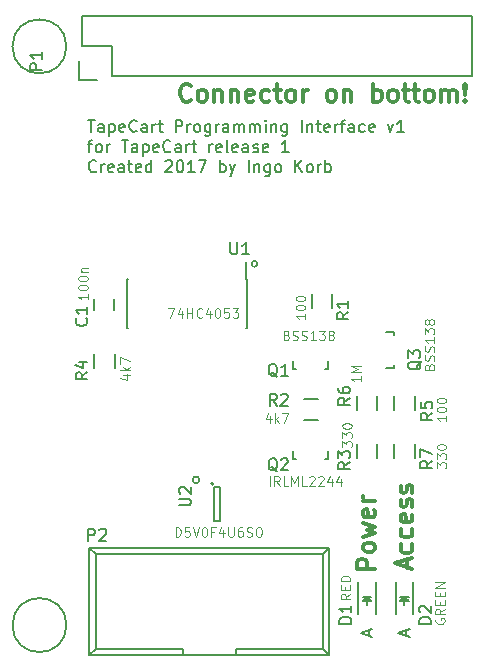
<source format=gto>
G04 #@! TF.FileFunction,Legend,Top*
%FSLAX46Y46*%
G04 Gerber Fmt 4.6, Leading zero omitted, Abs format (unit mm)*
G04 Created by KiCad (PCBNEW 4.0.5) date 04/15/17 13:19:52*
%MOMM*%
%LPD*%
G01*
G04 APERTURE LIST*
%ADD10C,0.100000*%
%ADD11C,0.150000*%
%ADD12C,0.200000*%
%ADD13C,0.300000*%
%ADD14C,0.120000*%
G04 APERTURE END LIST*
D10*
D11*
X63576047Y-75395475D02*
X63576047Y-74919284D01*
X63861761Y-75490713D02*
X62861761Y-75157380D01*
X63861761Y-74824046D01*
X60401047Y-75395475D02*
X60401047Y-74919284D01*
X60686761Y-75490713D02*
X59686761Y-75157380D01*
X60686761Y-74824046D01*
D12*
X46040361Y-62203380D02*
G75*
G03X46040361Y-62203380I-283981J0D01*
G01*
X50963380Y-43915380D02*
G75*
G03X50963380Y-43915380I-254000J0D01*
G01*
X36595238Y-31752381D02*
X37166667Y-31752381D01*
X36880952Y-32752381D02*
X36880952Y-31752381D01*
X37928572Y-32752381D02*
X37928572Y-32228571D01*
X37880953Y-32133333D01*
X37785715Y-32085714D01*
X37595238Y-32085714D01*
X37500000Y-32133333D01*
X37928572Y-32704762D02*
X37833334Y-32752381D01*
X37595238Y-32752381D01*
X37500000Y-32704762D01*
X37452381Y-32609524D01*
X37452381Y-32514286D01*
X37500000Y-32419048D01*
X37595238Y-32371429D01*
X37833334Y-32371429D01*
X37928572Y-32323810D01*
X38404762Y-32085714D02*
X38404762Y-33085714D01*
X38404762Y-32133333D02*
X38500000Y-32085714D01*
X38690477Y-32085714D01*
X38785715Y-32133333D01*
X38833334Y-32180952D01*
X38880953Y-32276190D01*
X38880953Y-32561905D01*
X38833334Y-32657143D01*
X38785715Y-32704762D01*
X38690477Y-32752381D01*
X38500000Y-32752381D01*
X38404762Y-32704762D01*
X39690477Y-32704762D02*
X39595239Y-32752381D01*
X39404762Y-32752381D01*
X39309524Y-32704762D01*
X39261905Y-32609524D01*
X39261905Y-32228571D01*
X39309524Y-32133333D01*
X39404762Y-32085714D01*
X39595239Y-32085714D01*
X39690477Y-32133333D01*
X39738096Y-32228571D01*
X39738096Y-32323810D01*
X39261905Y-32419048D01*
X40738096Y-32657143D02*
X40690477Y-32704762D01*
X40547620Y-32752381D01*
X40452382Y-32752381D01*
X40309524Y-32704762D01*
X40214286Y-32609524D01*
X40166667Y-32514286D01*
X40119048Y-32323810D01*
X40119048Y-32180952D01*
X40166667Y-31990476D01*
X40214286Y-31895238D01*
X40309524Y-31800000D01*
X40452382Y-31752381D01*
X40547620Y-31752381D01*
X40690477Y-31800000D01*
X40738096Y-31847619D01*
X41595239Y-32752381D02*
X41595239Y-32228571D01*
X41547620Y-32133333D01*
X41452382Y-32085714D01*
X41261905Y-32085714D01*
X41166667Y-32133333D01*
X41595239Y-32704762D02*
X41500001Y-32752381D01*
X41261905Y-32752381D01*
X41166667Y-32704762D01*
X41119048Y-32609524D01*
X41119048Y-32514286D01*
X41166667Y-32419048D01*
X41261905Y-32371429D01*
X41500001Y-32371429D01*
X41595239Y-32323810D01*
X42071429Y-32752381D02*
X42071429Y-32085714D01*
X42071429Y-32276190D02*
X42119048Y-32180952D01*
X42166667Y-32133333D01*
X42261905Y-32085714D01*
X42357144Y-32085714D01*
X42547620Y-32085714D02*
X42928572Y-32085714D01*
X42690477Y-31752381D02*
X42690477Y-32609524D01*
X42738096Y-32704762D01*
X42833334Y-32752381D01*
X42928572Y-32752381D01*
X44023811Y-32752381D02*
X44023811Y-31752381D01*
X44404764Y-31752381D01*
X44500002Y-31800000D01*
X44547621Y-31847619D01*
X44595240Y-31942857D01*
X44595240Y-32085714D01*
X44547621Y-32180952D01*
X44500002Y-32228571D01*
X44404764Y-32276190D01*
X44023811Y-32276190D01*
X45023811Y-32752381D02*
X45023811Y-32085714D01*
X45023811Y-32276190D02*
X45071430Y-32180952D01*
X45119049Y-32133333D01*
X45214287Y-32085714D01*
X45309526Y-32085714D01*
X45785716Y-32752381D02*
X45690478Y-32704762D01*
X45642859Y-32657143D01*
X45595240Y-32561905D01*
X45595240Y-32276190D01*
X45642859Y-32180952D01*
X45690478Y-32133333D01*
X45785716Y-32085714D01*
X45928574Y-32085714D01*
X46023812Y-32133333D01*
X46071431Y-32180952D01*
X46119050Y-32276190D01*
X46119050Y-32561905D01*
X46071431Y-32657143D01*
X46023812Y-32704762D01*
X45928574Y-32752381D01*
X45785716Y-32752381D01*
X46976193Y-32085714D02*
X46976193Y-32895238D01*
X46928574Y-32990476D01*
X46880955Y-33038095D01*
X46785716Y-33085714D01*
X46642859Y-33085714D01*
X46547621Y-33038095D01*
X46976193Y-32704762D02*
X46880955Y-32752381D01*
X46690478Y-32752381D01*
X46595240Y-32704762D01*
X46547621Y-32657143D01*
X46500002Y-32561905D01*
X46500002Y-32276190D01*
X46547621Y-32180952D01*
X46595240Y-32133333D01*
X46690478Y-32085714D01*
X46880955Y-32085714D01*
X46976193Y-32133333D01*
X47452383Y-32752381D02*
X47452383Y-32085714D01*
X47452383Y-32276190D02*
X47500002Y-32180952D01*
X47547621Y-32133333D01*
X47642859Y-32085714D01*
X47738098Y-32085714D01*
X48500003Y-32752381D02*
X48500003Y-32228571D01*
X48452384Y-32133333D01*
X48357146Y-32085714D01*
X48166669Y-32085714D01*
X48071431Y-32133333D01*
X48500003Y-32704762D02*
X48404765Y-32752381D01*
X48166669Y-32752381D01*
X48071431Y-32704762D01*
X48023812Y-32609524D01*
X48023812Y-32514286D01*
X48071431Y-32419048D01*
X48166669Y-32371429D01*
X48404765Y-32371429D01*
X48500003Y-32323810D01*
X48976193Y-32752381D02*
X48976193Y-32085714D01*
X48976193Y-32180952D02*
X49023812Y-32133333D01*
X49119050Y-32085714D01*
X49261908Y-32085714D01*
X49357146Y-32133333D01*
X49404765Y-32228571D01*
X49404765Y-32752381D01*
X49404765Y-32228571D02*
X49452384Y-32133333D01*
X49547622Y-32085714D01*
X49690479Y-32085714D01*
X49785717Y-32133333D01*
X49833336Y-32228571D01*
X49833336Y-32752381D01*
X50309526Y-32752381D02*
X50309526Y-32085714D01*
X50309526Y-32180952D02*
X50357145Y-32133333D01*
X50452383Y-32085714D01*
X50595241Y-32085714D01*
X50690479Y-32133333D01*
X50738098Y-32228571D01*
X50738098Y-32752381D01*
X50738098Y-32228571D02*
X50785717Y-32133333D01*
X50880955Y-32085714D01*
X51023812Y-32085714D01*
X51119050Y-32133333D01*
X51166669Y-32228571D01*
X51166669Y-32752381D01*
X51642859Y-32752381D02*
X51642859Y-32085714D01*
X51642859Y-31752381D02*
X51595240Y-31800000D01*
X51642859Y-31847619D01*
X51690478Y-31800000D01*
X51642859Y-31752381D01*
X51642859Y-31847619D01*
X52119049Y-32085714D02*
X52119049Y-32752381D01*
X52119049Y-32180952D02*
X52166668Y-32133333D01*
X52261906Y-32085714D01*
X52404764Y-32085714D01*
X52500002Y-32133333D01*
X52547621Y-32228571D01*
X52547621Y-32752381D01*
X53452383Y-32085714D02*
X53452383Y-32895238D01*
X53404764Y-32990476D01*
X53357145Y-33038095D01*
X53261906Y-33085714D01*
X53119049Y-33085714D01*
X53023811Y-33038095D01*
X53452383Y-32704762D02*
X53357145Y-32752381D01*
X53166668Y-32752381D01*
X53071430Y-32704762D01*
X53023811Y-32657143D01*
X52976192Y-32561905D01*
X52976192Y-32276190D01*
X53023811Y-32180952D01*
X53071430Y-32133333D01*
X53166668Y-32085714D01*
X53357145Y-32085714D01*
X53452383Y-32133333D01*
X54690478Y-32752381D02*
X54690478Y-31752381D01*
X55166668Y-32085714D02*
X55166668Y-32752381D01*
X55166668Y-32180952D02*
X55214287Y-32133333D01*
X55309525Y-32085714D01*
X55452383Y-32085714D01*
X55547621Y-32133333D01*
X55595240Y-32228571D01*
X55595240Y-32752381D01*
X55928573Y-32085714D02*
X56309525Y-32085714D01*
X56071430Y-31752381D02*
X56071430Y-32609524D01*
X56119049Y-32704762D01*
X56214287Y-32752381D01*
X56309525Y-32752381D01*
X57023812Y-32704762D02*
X56928574Y-32752381D01*
X56738097Y-32752381D01*
X56642859Y-32704762D01*
X56595240Y-32609524D01*
X56595240Y-32228571D01*
X56642859Y-32133333D01*
X56738097Y-32085714D01*
X56928574Y-32085714D01*
X57023812Y-32133333D01*
X57071431Y-32228571D01*
X57071431Y-32323810D01*
X56595240Y-32419048D01*
X57500002Y-32752381D02*
X57500002Y-32085714D01*
X57500002Y-32276190D02*
X57547621Y-32180952D01*
X57595240Y-32133333D01*
X57690478Y-32085714D01*
X57785717Y-32085714D01*
X57976193Y-32085714D02*
X58357145Y-32085714D01*
X58119050Y-32752381D02*
X58119050Y-31895238D01*
X58166669Y-31800000D01*
X58261907Y-31752381D01*
X58357145Y-31752381D01*
X59119051Y-32752381D02*
X59119051Y-32228571D01*
X59071432Y-32133333D01*
X58976194Y-32085714D01*
X58785717Y-32085714D01*
X58690479Y-32133333D01*
X59119051Y-32704762D02*
X59023813Y-32752381D01*
X58785717Y-32752381D01*
X58690479Y-32704762D01*
X58642860Y-32609524D01*
X58642860Y-32514286D01*
X58690479Y-32419048D01*
X58785717Y-32371429D01*
X59023813Y-32371429D01*
X59119051Y-32323810D01*
X60023813Y-32704762D02*
X59928575Y-32752381D01*
X59738098Y-32752381D01*
X59642860Y-32704762D01*
X59595241Y-32657143D01*
X59547622Y-32561905D01*
X59547622Y-32276190D01*
X59595241Y-32180952D01*
X59642860Y-32133333D01*
X59738098Y-32085714D01*
X59928575Y-32085714D01*
X60023813Y-32133333D01*
X60833337Y-32704762D02*
X60738099Y-32752381D01*
X60547622Y-32752381D01*
X60452384Y-32704762D01*
X60404765Y-32609524D01*
X60404765Y-32228571D01*
X60452384Y-32133333D01*
X60547622Y-32085714D01*
X60738099Y-32085714D01*
X60833337Y-32133333D01*
X60880956Y-32228571D01*
X60880956Y-32323810D01*
X60404765Y-32419048D01*
X61976194Y-32085714D02*
X62214289Y-32752381D01*
X62452385Y-32085714D01*
X63357147Y-32752381D02*
X62785718Y-32752381D01*
X63071432Y-32752381D02*
X63071432Y-31752381D01*
X62976194Y-31895238D01*
X62880956Y-31990476D01*
X62785718Y-32038095D01*
X36595238Y-33785714D02*
X36976190Y-33785714D01*
X36738095Y-34452381D02*
X36738095Y-33595238D01*
X36785714Y-33500000D01*
X36880952Y-33452381D01*
X36976190Y-33452381D01*
X37452381Y-34452381D02*
X37357143Y-34404762D01*
X37309524Y-34357143D01*
X37261905Y-34261905D01*
X37261905Y-33976190D01*
X37309524Y-33880952D01*
X37357143Y-33833333D01*
X37452381Y-33785714D01*
X37595239Y-33785714D01*
X37690477Y-33833333D01*
X37738096Y-33880952D01*
X37785715Y-33976190D01*
X37785715Y-34261905D01*
X37738096Y-34357143D01*
X37690477Y-34404762D01*
X37595239Y-34452381D01*
X37452381Y-34452381D01*
X38214286Y-34452381D02*
X38214286Y-33785714D01*
X38214286Y-33976190D02*
X38261905Y-33880952D01*
X38309524Y-33833333D01*
X38404762Y-33785714D01*
X38500001Y-33785714D01*
X39452382Y-33452381D02*
X40023811Y-33452381D01*
X39738096Y-34452381D02*
X39738096Y-33452381D01*
X40785716Y-34452381D02*
X40785716Y-33928571D01*
X40738097Y-33833333D01*
X40642859Y-33785714D01*
X40452382Y-33785714D01*
X40357144Y-33833333D01*
X40785716Y-34404762D02*
X40690478Y-34452381D01*
X40452382Y-34452381D01*
X40357144Y-34404762D01*
X40309525Y-34309524D01*
X40309525Y-34214286D01*
X40357144Y-34119048D01*
X40452382Y-34071429D01*
X40690478Y-34071429D01*
X40785716Y-34023810D01*
X41261906Y-33785714D02*
X41261906Y-34785714D01*
X41261906Y-33833333D02*
X41357144Y-33785714D01*
X41547621Y-33785714D01*
X41642859Y-33833333D01*
X41690478Y-33880952D01*
X41738097Y-33976190D01*
X41738097Y-34261905D01*
X41690478Y-34357143D01*
X41642859Y-34404762D01*
X41547621Y-34452381D01*
X41357144Y-34452381D01*
X41261906Y-34404762D01*
X42547621Y-34404762D02*
X42452383Y-34452381D01*
X42261906Y-34452381D01*
X42166668Y-34404762D01*
X42119049Y-34309524D01*
X42119049Y-33928571D01*
X42166668Y-33833333D01*
X42261906Y-33785714D01*
X42452383Y-33785714D01*
X42547621Y-33833333D01*
X42595240Y-33928571D01*
X42595240Y-34023810D01*
X42119049Y-34119048D01*
X43595240Y-34357143D02*
X43547621Y-34404762D01*
X43404764Y-34452381D01*
X43309526Y-34452381D01*
X43166668Y-34404762D01*
X43071430Y-34309524D01*
X43023811Y-34214286D01*
X42976192Y-34023810D01*
X42976192Y-33880952D01*
X43023811Y-33690476D01*
X43071430Y-33595238D01*
X43166668Y-33500000D01*
X43309526Y-33452381D01*
X43404764Y-33452381D01*
X43547621Y-33500000D01*
X43595240Y-33547619D01*
X44452383Y-34452381D02*
X44452383Y-33928571D01*
X44404764Y-33833333D01*
X44309526Y-33785714D01*
X44119049Y-33785714D01*
X44023811Y-33833333D01*
X44452383Y-34404762D02*
X44357145Y-34452381D01*
X44119049Y-34452381D01*
X44023811Y-34404762D01*
X43976192Y-34309524D01*
X43976192Y-34214286D01*
X44023811Y-34119048D01*
X44119049Y-34071429D01*
X44357145Y-34071429D01*
X44452383Y-34023810D01*
X44928573Y-34452381D02*
X44928573Y-33785714D01*
X44928573Y-33976190D02*
X44976192Y-33880952D01*
X45023811Y-33833333D01*
X45119049Y-33785714D01*
X45214288Y-33785714D01*
X45404764Y-33785714D02*
X45785716Y-33785714D01*
X45547621Y-33452381D02*
X45547621Y-34309524D01*
X45595240Y-34404762D01*
X45690478Y-34452381D01*
X45785716Y-34452381D01*
X46880955Y-34452381D02*
X46880955Y-33785714D01*
X46880955Y-33976190D02*
X46928574Y-33880952D01*
X46976193Y-33833333D01*
X47071431Y-33785714D01*
X47166670Y-33785714D01*
X47880956Y-34404762D02*
X47785718Y-34452381D01*
X47595241Y-34452381D01*
X47500003Y-34404762D01*
X47452384Y-34309524D01*
X47452384Y-33928571D01*
X47500003Y-33833333D01*
X47595241Y-33785714D01*
X47785718Y-33785714D01*
X47880956Y-33833333D01*
X47928575Y-33928571D01*
X47928575Y-34023810D01*
X47452384Y-34119048D01*
X48500003Y-34452381D02*
X48404765Y-34404762D01*
X48357146Y-34309524D01*
X48357146Y-33452381D01*
X49261909Y-34404762D02*
X49166671Y-34452381D01*
X48976194Y-34452381D01*
X48880956Y-34404762D01*
X48833337Y-34309524D01*
X48833337Y-33928571D01*
X48880956Y-33833333D01*
X48976194Y-33785714D01*
X49166671Y-33785714D01*
X49261909Y-33833333D01*
X49309528Y-33928571D01*
X49309528Y-34023810D01*
X48833337Y-34119048D01*
X50166671Y-34452381D02*
X50166671Y-33928571D01*
X50119052Y-33833333D01*
X50023814Y-33785714D01*
X49833337Y-33785714D01*
X49738099Y-33833333D01*
X50166671Y-34404762D02*
X50071433Y-34452381D01*
X49833337Y-34452381D01*
X49738099Y-34404762D01*
X49690480Y-34309524D01*
X49690480Y-34214286D01*
X49738099Y-34119048D01*
X49833337Y-34071429D01*
X50071433Y-34071429D01*
X50166671Y-34023810D01*
X50595242Y-34404762D02*
X50690480Y-34452381D01*
X50880956Y-34452381D01*
X50976195Y-34404762D01*
X51023814Y-34309524D01*
X51023814Y-34261905D01*
X50976195Y-34166667D01*
X50880956Y-34119048D01*
X50738099Y-34119048D01*
X50642861Y-34071429D01*
X50595242Y-33976190D01*
X50595242Y-33928571D01*
X50642861Y-33833333D01*
X50738099Y-33785714D01*
X50880956Y-33785714D01*
X50976195Y-33833333D01*
X51833338Y-34404762D02*
X51738100Y-34452381D01*
X51547623Y-34452381D01*
X51452385Y-34404762D01*
X51404766Y-34309524D01*
X51404766Y-33928571D01*
X51452385Y-33833333D01*
X51547623Y-33785714D01*
X51738100Y-33785714D01*
X51833338Y-33833333D01*
X51880957Y-33928571D01*
X51880957Y-34023810D01*
X51404766Y-34119048D01*
X53595243Y-34452381D02*
X53023814Y-34452381D01*
X53309528Y-34452381D02*
X53309528Y-33452381D01*
X53214290Y-33595238D01*
X53119052Y-33690476D01*
X53023814Y-33738095D01*
X37309524Y-36057143D02*
X37261905Y-36104762D01*
X37119048Y-36152381D01*
X37023810Y-36152381D01*
X36880952Y-36104762D01*
X36785714Y-36009524D01*
X36738095Y-35914286D01*
X36690476Y-35723810D01*
X36690476Y-35580952D01*
X36738095Y-35390476D01*
X36785714Y-35295238D01*
X36880952Y-35200000D01*
X37023810Y-35152381D01*
X37119048Y-35152381D01*
X37261905Y-35200000D01*
X37309524Y-35247619D01*
X37738095Y-36152381D02*
X37738095Y-35485714D01*
X37738095Y-35676190D02*
X37785714Y-35580952D01*
X37833333Y-35533333D01*
X37928571Y-35485714D01*
X38023810Y-35485714D01*
X38738096Y-36104762D02*
X38642858Y-36152381D01*
X38452381Y-36152381D01*
X38357143Y-36104762D01*
X38309524Y-36009524D01*
X38309524Y-35628571D01*
X38357143Y-35533333D01*
X38452381Y-35485714D01*
X38642858Y-35485714D01*
X38738096Y-35533333D01*
X38785715Y-35628571D01*
X38785715Y-35723810D01*
X38309524Y-35819048D01*
X39642858Y-36152381D02*
X39642858Y-35628571D01*
X39595239Y-35533333D01*
X39500001Y-35485714D01*
X39309524Y-35485714D01*
X39214286Y-35533333D01*
X39642858Y-36104762D02*
X39547620Y-36152381D01*
X39309524Y-36152381D01*
X39214286Y-36104762D01*
X39166667Y-36009524D01*
X39166667Y-35914286D01*
X39214286Y-35819048D01*
X39309524Y-35771429D01*
X39547620Y-35771429D01*
X39642858Y-35723810D01*
X39976191Y-35485714D02*
X40357143Y-35485714D01*
X40119048Y-35152381D02*
X40119048Y-36009524D01*
X40166667Y-36104762D01*
X40261905Y-36152381D01*
X40357143Y-36152381D01*
X41071430Y-36104762D02*
X40976192Y-36152381D01*
X40785715Y-36152381D01*
X40690477Y-36104762D01*
X40642858Y-36009524D01*
X40642858Y-35628571D01*
X40690477Y-35533333D01*
X40785715Y-35485714D01*
X40976192Y-35485714D01*
X41071430Y-35533333D01*
X41119049Y-35628571D01*
X41119049Y-35723810D01*
X40642858Y-35819048D01*
X41976192Y-36152381D02*
X41976192Y-35152381D01*
X41976192Y-36104762D02*
X41880954Y-36152381D01*
X41690477Y-36152381D01*
X41595239Y-36104762D01*
X41547620Y-36057143D01*
X41500001Y-35961905D01*
X41500001Y-35676190D01*
X41547620Y-35580952D01*
X41595239Y-35533333D01*
X41690477Y-35485714D01*
X41880954Y-35485714D01*
X41976192Y-35533333D01*
X43166668Y-35247619D02*
X43214287Y-35200000D01*
X43309525Y-35152381D01*
X43547621Y-35152381D01*
X43642859Y-35200000D01*
X43690478Y-35247619D01*
X43738097Y-35342857D01*
X43738097Y-35438095D01*
X43690478Y-35580952D01*
X43119049Y-36152381D01*
X43738097Y-36152381D01*
X44357144Y-35152381D02*
X44452383Y-35152381D01*
X44547621Y-35200000D01*
X44595240Y-35247619D01*
X44642859Y-35342857D01*
X44690478Y-35533333D01*
X44690478Y-35771429D01*
X44642859Y-35961905D01*
X44595240Y-36057143D01*
X44547621Y-36104762D01*
X44452383Y-36152381D01*
X44357144Y-36152381D01*
X44261906Y-36104762D01*
X44214287Y-36057143D01*
X44166668Y-35961905D01*
X44119049Y-35771429D01*
X44119049Y-35533333D01*
X44166668Y-35342857D01*
X44214287Y-35247619D01*
X44261906Y-35200000D01*
X44357144Y-35152381D01*
X45642859Y-36152381D02*
X45071430Y-36152381D01*
X45357144Y-36152381D02*
X45357144Y-35152381D01*
X45261906Y-35295238D01*
X45166668Y-35390476D01*
X45071430Y-35438095D01*
X45976192Y-35152381D02*
X46642859Y-35152381D01*
X46214287Y-36152381D01*
X47785716Y-36152381D02*
X47785716Y-35152381D01*
X47785716Y-35533333D02*
X47880954Y-35485714D01*
X48071431Y-35485714D01*
X48166669Y-35533333D01*
X48214288Y-35580952D01*
X48261907Y-35676190D01*
X48261907Y-35961905D01*
X48214288Y-36057143D01*
X48166669Y-36104762D01*
X48071431Y-36152381D01*
X47880954Y-36152381D01*
X47785716Y-36104762D01*
X48595240Y-35485714D02*
X48833335Y-36152381D01*
X49071431Y-35485714D02*
X48833335Y-36152381D01*
X48738097Y-36390476D01*
X48690478Y-36438095D01*
X48595240Y-36485714D01*
X50214288Y-36152381D02*
X50214288Y-35152381D01*
X50690478Y-35485714D02*
X50690478Y-36152381D01*
X50690478Y-35580952D02*
X50738097Y-35533333D01*
X50833335Y-35485714D01*
X50976193Y-35485714D01*
X51071431Y-35533333D01*
X51119050Y-35628571D01*
X51119050Y-36152381D01*
X52023812Y-35485714D02*
X52023812Y-36295238D01*
X51976193Y-36390476D01*
X51928574Y-36438095D01*
X51833335Y-36485714D01*
X51690478Y-36485714D01*
X51595240Y-36438095D01*
X52023812Y-36104762D02*
X51928574Y-36152381D01*
X51738097Y-36152381D01*
X51642859Y-36104762D01*
X51595240Y-36057143D01*
X51547621Y-35961905D01*
X51547621Y-35676190D01*
X51595240Y-35580952D01*
X51642859Y-35533333D01*
X51738097Y-35485714D01*
X51928574Y-35485714D01*
X52023812Y-35533333D01*
X52642859Y-36152381D02*
X52547621Y-36104762D01*
X52500002Y-36057143D01*
X52452383Y-35961905D01*
X52452383Y-35676190D01*
X52500002Y-35580952D01*
X52547621Y-35533333D01*
X52642859Y-35485714D01*
X52785717Y-35485714D01*
X52880955Y-35533333D01*
X52928574Y-35580952D01*
X52976193Y-35676190D01*
X52976193Y-35961905D01*
X52928574Y-36057143D01*
X52880955Y-36104762D01*
X52785717Y-36152381D01*
X52642859Y-36152381D01*
X54166669Y-36152381D02*
X54166669Y-35152381D01*
X54738098Y-36152381D02*
X54309526Y-35580952D01*
X54738098Y-35152381D02*
X54166669Y-35723810D01*
X55309526Y-36152381D02*
X55214288Y-36104762D01*
X55166669Y-36057143D01*
X55119050Y-35961905D01*
X55119050Y-35676190D01*
X55166669Y-35580952D01*
X55214288Y-35533333D01*
X55309526Y-35485714D01*
X55452384Y-35485714D01*
X55547622Y-35533333D01*
X55595241Y-35580952D01*
X55642860Y-35676190D01*
X55642860Y-35961905D01*
X55595241Y-36057143D01*
X55547622Y-36104762D01*
X55452384Y-36152381D01*
X55309526Y-36152381D01*
X56071431Y-36152381D02*
X56071431Y-35485714D01*
X56071431Y-35676190D02*
X56119050Y-35580952D01*
X56166669Y-35533333D01*
X56261907Y-35485714D01*
X56357146Y-35485714D01*
X56690479Y-36152381D02*
X56690479Y-35152381D01*
X56690479Y-35533333D02*
X56785717Y-35485714D01*
X56976194Y-35485714D01*
X57071432Y-35533333D01*
X57119051Y-35580952D01*
X57166670Y-35676190D01*
X57166670Y-35961905D01*
X57119051Y-36057143D01*
X57071432Y-36104762D01*
X56976194Y-36152381D01*
X56785717Y-36152381D01*
X56690479Y-36104762D01*
D13*
X60908571Y-69739285D02*
X59408571Y-69739285D01*
X59408571Y-69167857D01*
X59480000Y-69024999D01*
X59551429Y-68953571D01*
X59694286Y-68882142D01*
X59908571Y-68882142D01*
X60051429Y-68953571D01*
X60122857Y-69024999D01*
X60194286Y-69167857D01*
X60194286Y-69739285D01*
X60908571Y-68024999D02*
X60837143Y-68167857D01*
X60765714Y-68239285D01*
X60622857Y-68310714D01*
X60194286Y-68310714D01*
X60051429Y-68239285D01*
X59980000Y-68167857D01*
X59908571Y-68024999D01*
X59908571Y-67810714D01*
X59980000Y-67667857D01*
X60051429Y-67596428D01*
X60194286Y-67524999D01*
X60622857Y-67524999D01*
X60765714Y-67596428D01*
X60837143Y-67667857D01*
X60908571Y-67810714D01*
X60908571Y-68024999D01*
X59908571Y-67024999D02*
X60908571Y-66739285D01*
X60194286Y-66453571D01*
X60908571Y-66167856D01*
X59908571Y-65882142D01*
X60837143Y-64739285D02*
X60908571Y-64882142D01*
X60908571Y-65167856D01*
X60837143Y-65310713D01*
X60694286Y-65382142D01*
X60122857Y-65382142D01*
X59980000Y-65310713D01*
X59908571Y-65167856D01*
X59908571Y-64882142D01*
X59980000Y-64739285D01*
X60122857Y-64667856D01*
X60265714Y-64667856D01*
X60408571Y-65382142D01*
X60908571Y-64024999D02*
X59908571Y-64024999D01*
X60194286Y-64024999D02*
X60051429Y-63953571D01*
X59980000Y-63882142D01*
X59908571Y-63739285D01*
X59908571Y-63596428D01*
X63655000Y-69640000D02*
X63655000Y-68925714D01*
X64083571Y-69782857D02*
X62583571Y-69282857D01*
X64083571Y-68782857D01*
X64012143Y-67640000D02*
X64083571Y-67782857D01*
X64083571Y-68068571D01*
X64012143Y-68211429D01*
X63940714Y-68282857D01*
X63797857Y-68354286D01*
X63369286Y-68354286D01*
X63226429Y-68282857D01*
X63155000Y-68211429D01*
X63083571Y-68068571D01*
X63083571Y-67782857D01*
X63155000Y-67640000D01*
X64012143Y-66354286D02*
X64083571Y-66497143D01*
X64083571Y-66782857D01*
X64012143Y-66925715D01*
X63940714Y-66997143D01*
X63797857Y-67068572D01*
X63369286Y-67068572D01*
X63226429Y-66997143D01*
X63155000Y-66925715D01*
X63083571Y-66782857D01*
X63083571Y-66497143D01*
X63155000Y-66354286D01*
X64012143Y-65140001D02*
X64083571Y-65282858D01*
X64083571Y-65568572D01*
X64012143Y-65711429D01*
X63869286Y-65782858D01*
X63297857Y-65782858D01*
X63155000Y-65711429D01*
X63083571Y-65568572D01*
X63083571Y-65282858D01*
X63155000Y-65140001D01*
X63297857Y-65068572D01*
X63440714Y-65068572D01*
X63583571Y-65782858D01*
X64012143Y-64497144D02*
X64083571Y-64354287D01*
X64083571Y-64068572D01*
X64012143Y-63925715D01*
X63869286Y-63854287D01*
X63797857Y-63854287D01*
X63655000Y-63925715D01*
X63583571Y-64068572D01*
X63583571Y-64282858D01*
X63512143Y-64425715D01*
X63369286Y-64497144D01*
X63297857Y-64497144D01*
X63155000Y-64425715D01*
X63083571Y-64282858D01*
X63083571Y-64068572D01*
X63155000Y-63925715D01*
X64012143Y-63282858D02*
X64083571Y-63140001D01*
X64083571Y-62854286D01*
X64012143Y-62711429D01*
X63869286Y-62640001D01*
X63797857Y-62640001D01*
X63655000Y-62711429D01*
X63583571Y-62854286D01*
X63583571Y-63068572D01*
X63512143Y-63211429D01*
X63369286Y-63282858D01*
X63297857Y-63282858D01*
X63155000Y-63211429D01*
X63083571Y-63068572D01*
X63083571Y-62854286D01*
X63155000Y-62711429D01*
X45321429Y-30035714D02*
X45250000Y-30107143D01*
X45035714Y-30178571D01*
X44892857Y-30178571D01*
X44678572Y-30107143D01*
X44535714Y-29964286D01*
X44464286Y-29821429D01*
X44392857Y-29535714D01*
X44392857Y-29321429D01*
X44464286Y-29035714D01*
X44535714Y-28892857D01*
X44678572Y-28750000D01*
X44892857Y-28678571D01*
X45035714Y-28678571D01*
X45250000Y-28750000D01*
X45321429Y-28821429D01*
X46178572Y-30178571D02*
X46035714Y-30107143D01*
X45964286Y-30035714D01*
X45892857Y-29892857D01*
X45892857Y-29464286D01*
X45964286Y-29321429D01*
X46035714Y-29250000D01*
X46178572Y-29178571D01*
X46392857Y-29178571D01*
X46535714Y-29250000D01*
X46607143Y-29321429D01*
X46678572Y-29464286D01*
X46678572Y-29892857D01*
X46607143Y-30035714D01*
X46535714Y-30107143D01*
X46392857Y-30178571D01*
X46178572Y-30178571D01*
X47321429Y-29178571D02*
X47321429Y-30178571D01*
X47321429Y-29321429D02*
X47392857Y-29250000D01*
X47535715Y-29178571D01*
X47750000Y-29178571D01*
X47892857Y-29250000D01*
X47964286Y-29392857D01*
X47964286Y-30178571D01*
X48678572Y-29178571D02*
X48678572Y-30178571D01*
X48678572Y-29321429D02*
X48750000Y-29250000D01*
X48892858Y-29178571D01*
X49107143Y-29178571D01*
X49250000Y-29250000D01*
X49321429Y-29392857D01*
X49321429Y-30178571D01*
X50607143Y-30107143D02*
X50464286Y-30178571D01*
X50178572Y-30178571D01*
X50035715Y-30107143D01*
X49964286Y-29964286D01*
X49964286Y-29392857D01*
X50035715Y-29250000D01*
X50178572Y-29178571D01*
X50464286Y-29178571D01*
X50607143Y-29250000D01*
X50678572Y-29392857D01*
X50678572Y-29535714D01*
X49964286Y-29678571D01*
X51964286Y-30107143D02*
X51821429Y-30178571D01*
X51535715Y-30178571D01*
X51392857Y-30107143D01*
X51321429Y-30035714D01*
X51250000Y-29892857D01*
X51250000Y-29464286D01*
X51321429Y-29321429D01*
X51392857Y-29250000D01*
X51535715Y-29178571D01*
X51821429Y-29178571D01*
X51964286Y-29250000D01*
X52392857Y-29178571D02*
X52964286Y-29178571D01*
X52607143Y-28678571D02*
X52607143Y-29964286D01*
X52678571Y-30107143D01*
X52821429Y-30178571D01*
X52964286Y-30178571D01*
X53678572Y-30178571D02*
X53535714Y-30107143D01*
X53464286Y-30035714D01*
X53392857Y-29892857D01*
X53392857Y-29464286D01*
X53464286Y-29321429D01*
X53535714Y-29250000D01*
X53678572Y-29178571D01*
X53892857Y-29178571D01*
X54035714Y-29250000D01*
X54107143Y-29321429D01*
X54178572Y-29464286D01*
X54178572Y-29892857D01*
X54107143Y-30035714D01*
X54035714Y-30107143D01*
X53892857Y-30178571D01*
X53678572Y-30178571D01*
X54821429Y-30178571D02*
X54821429Y-29178571D01*
X54821429Y-29464286D02*
X54892857Y-29321429D01*
X54964286Y-29250000D01*
X55107143Y-29178571D01*
X55250000Y-29178571D01*
X57107143Y-30178571D02*
X56964285Y-30107143D01*
X56892857Y-30035714D01*
X56821428Y-29892857D01*
X56821428Y-29464286D01*
X56892857Y-29321429D01*
X56964285Y-29250000D01*
X57107143Y-29178571D01*
X57321428Y-29178571D01*
X57464285Y-29250000D01*
X57535714Y-29321429D01*
X57607143Y-29464286D01*
X57607143Y-29892857D01*
X57535714Y-30035714D01*
X57464285Y-30107143D01*
X57321428Y-30178571D01*
X57107143Y-30178571D01*
X58250000Y-29178571D02*
X58250000Y-30178571D01*
X58250000Y-29321429D02*
X58321428Y-29250000D01*
X58464286Y-29178571D01*
X58678571Y-29178571D01*
X58821428Y-29250000D01*
X58892857Y-29392857D01*
X58892857Y-30178571D01*
X60750000Y-30178571D02*
X60750000Y-28678571D01*
X60750000Y-29250000D02*
X60892857Y-29178571D01*
X61178571Y-29178571D01*
X61321428Y-29250000D01*
X61392857Y-29321429D01*
X61464286Y-29464286D01*
X61464286Y-29892857D01*
X61392857Y-30035714D01*
X61321428Y-30107143D01*
X61178571Y-30178571D01*
X60892857Y-30178571D01*
X60750000Y-30107143D01*
X62321429Y-30178571D02*
X62178571Y-30107143D01*
X62107143Y-30035714D01*
X62035714Y-29892857D01*
X62035714Y-29464286D01*
X62107143Y-29321429D01*
X62178571Y-29250000D01*
X62321429Y-29178571D01*
X62535714Y-29178571D01*
X62678571Y-29250000D01*
X62750000Y-29321429D01*
X62821429Y-29464286D01*
X62821429Y-29892857D01*
X62750000Y-30035714D01*
X62678571Y-30107143D01*
X62535714Y-30178571D01*
X62321429Y-30178571D01*
X63250000Y-29178571D02*
X63821429Y-29178571D01*
X63464286Y-28678571D02*
X63464286Y-29964286D01*
X63535714Y-30107143D01*
X63678572Y-30178571D01*
X63821429Y-30178571D01*
X64107143Y-29178571D02*
X64678572Y-29178571D01*
X64321429Y-28678571D02*
X64321429Y-29964286D01*
X64392857Y-30107143D01*
X64535715Y-30178571D01*
X64678572Y-30178571D01*
X65392858Y-30178571D02*
X65250000Y-30107143D01*
X65178572Y-30035714D01*
X65107143Y-29892857D01*
X65107143Y-29464286D01*
X65178572Y-29321429D01*
X65250000Y-29250000D01*
X65392858Y-29178571D01*
X65607143Y-29178571D01*
X65750000Y-29250000D01*
X65821429Y-29321429D01*
X65892858Y-29464286D01*
X65892858Y-29892857D01*
X65821429Y-30035714D01*
X65750000Y-30107143D01*
X65607143Y-30178571D01*
X65392858Y-30178571D01*
X66535715Y-30178571D02*
X66535715Y-29178571D01*
X66535715Y-29321429D02*
X66607143Y-29250000D01*
X66750001Y-29178571D01*
X66964286Y-29178571D01*
X67107143Y-29250000D01*
X67178572Y-29392857D01*
X67178572Y-30178571D01*
X67178572Y-29392857D02*
X67250001Y-29250000D01*
X67392858Y-29178571D01*
X67607143Y-29178571D01*
X67750001Y-29250000D01*
X67821429Y-29392857D01*
X67821429Y-30178571D01*
X68535715Y-30035714D02*
X68607143Y-30107143D01*
X68535715Y-30178571D01*
X68464286Y-30107143D01*
X68535715Y-30035714D01*
X68535715Y-30178571D01*
X68535715Y-29607143D02*
X68464286Y-28750000D01*
X68535715Y-28678571D01*
X68607143Y-28750000D01*
X68535715Y-29607143D01*
X68535715Y-28678571D01*
D11*
X36735000Y-67940000D02*
X57055000Y-67940000D01*
X37275000Y-68490000D02*
X56495000Y-68490000D01*
X36735000Y-77040000D02*
X57055000Y-77040000D01*
X37275000Y-76490000D02*
X44645000Y-76490000D01*
X49145000Y-76490000D02*
X56495000Y-76490000D01*
X44645000Y-76490000D02*
X44645000Y-77040000D01*
X49145000Y-76490000D02*
X49145000Y-77040000D01*
X36735000Y-67940000D02*
X36735000Y-77040000D01*
X37275000Y-68490000D02*
X37275000Y-76490000D01*
X57055000Y-67940000D02*
X57055000Y-77040000D01*
X56495000Y-68490000D02*
X56495000Y-76490000D01*
X36735000Y-67940000D02*
X37275000Y-68490000D01*
X57055000Y-67940000D02*
X56495000Y-68490000D01*
X36735000Y-77040000D02*
X37275000Y-76490000D01*
X57055000Y-77040000D02*
X56495000Y-76490000D01*
X64280000Y-55065000D02*
X64280000Y-56265000D01*
X62530000Y-56265000D02*
X62530000Y-55065000D01*
X34786000Y-74500000D02*
G75*
G03X34786000Y-74500000I-2286000J0D01*
G01*
X54170840Y-52805000D02*
X54219100Y-52805000D01*
X56969820Y-52103960D02*
X56969820Y-52805000D01*
X56969820Y-52805000D02*
X56720900Y-52805000D01*
X54170840Y-52805000D02*
X53970180Y-52805000D01*
X53970180Y-52805000D02*
X53970180Y-52103960D01*
X54170840Y-60425000D02*
X54219100Y-60425000D01*
X56969820Y-59723960D02*
X56969820Y-60425000D01*
X56969820Y-60425000D02*
X56720900Y-60425000D01*
X54170840Y-60425000D02*
X53970180Y-60425000D01*
X53970180Y-60425000D02*
X53970180Y-59723960D01*
X50065000Y-45175000D02*
X49960000Y-45175000D01*
X50065000Y-49325000D02*
X49960000Y-49325000D01*
X39915000Y-49325000D02*
X40020000Y-49325000D01*
X39915000Y-45175000D02*
X40020000Y-45175000D01*
X50065000Y-45175000D02*
X50065000Y-49325000D01*
X39915000Y-45175000D02*
X39915000Y-49325000D01*
X49960000Y-45175000D02*
X49960000Y-43800000D01*
X57295000Y-46490000D02*
X57295000Y-47690000D01*
X55545000Y-47690000D02*
X55545000Y-46490000D01*
X62516000Y-52519160D02*
X62516000Y-52470900D01*
X61814960Y-49720180D02*
X62516000Y-49720180D01*
X62516000Y-49720180D02*
X62516000Y-49969100D01*
X62516000Y-52519160D02*
X62516000Y-52719820D01*
X62516000Y-52719820D02*
X61814960Y-52719820D01*
X59480000Y-70890000D02*
X59480000Y-73590000D01*
X60980000Y-70890000D02*
X60980000Y-73590000D01*
X60080000Y-72390000D02*
X60330000Y-72390000D01*
X60330000Y-72390000D02*
X60180000Y-72240000D01*
X60580000Y-72140000D02*
X59880000Y-72140000D01*
X60230000Y-72490000D02*
X60230000Y-72840000D01*
X60230000Y-72140000D02*
X60580000Y-72490000D01*
X60580000Y-72490000D02*
X59880000Y-72490000D01*
X59880000Y-72490000D02*
X60230000Y-72140000D01*
X62655000Y-70890000D02*
X62655000Y-73590000D01*
X64155000Y-70890000D02*
X64155000Y-73590000D01*
X63255000Y-72390000D02*
X63505000Y-72390000D01*
X63505000Y-72390000D02*
X63355000Y-72240000D01*
X63755000Y-72140000D02*
X63055000Y-72140000D01*
X63405000Y-72490000D02*
X63405000Y-72840000D01*
X63405000Y-72140000D02*
X63755000Y-72490000D01*
X63755000Y-72490000D02*
X63055000Y-72490000D01*
X63055000Y-72490000D02*
X63405000Y-72140000D01*
X36100000Y-22960000D02*
X69120000Y-22960000D01*
X38640000Y-28040000D02*
X69120000Y-28040000D01*
X69120000Y-22960000D02*
X69120000Y-28040000D01*
X36100000Y-22960000D02*
X36100000Y-25500000D01*
X35820000Y-26770000D02*
X35820000Y-28320000D01*
X36100000Y-25500000D02*
X38640000Y-25500000D01*
X38640000Y-25500000D02*
X38640000Y-28040000D01*
X35820000Y-28320000D02*
X37370000Y-28320000D01*
X54865000Y-55359000D02*
X56065000Y-55359000D01*
X56065000Y-57109000D02*
X54865000Y-57109000D01*
X61105000Y-59190000D02*
X61105000Y-60390000D01*
X59355000Y-60390000D02*
X59355000Y-59190000D01*
X37130000Y-52770000D02*
X37130000Y-51570000D01*
X38880000Y-51570000D02*
X38880000Y-52770000D01*
X59355000Y-56265000D02*
X59355000Y-55065000D01*
X61105000Y-55065000D02*
X61105000Y-56265000D01*
X64280000Y-59190000D02*
X64280000Y-60390000D01*
X62530000Y-60390000D02*
X62530000Y-59190000D01*
X37155000Y-46860000D02*
X37155000Y-47860000D01*
X38855000Y-47860000D02*
X38855000Y-46860000D01*
X34786000Y-25500000D02*
G75*
G03X34786000Y-25500000I-2286000J0D01*
G01*
X47230000Y-62535000D02*
G75*
G03X47230000Y-62535000I-100000J0D01*
G01*
X47780000Y-62785000D02*
X47280000Y-62785000D01*
X47780000Y-65685000D02*
X47780000Y-62785000D01*
X47280000Y-65685000D02*
X47780000Y-65685000D01*
X47280000Y-62785000D02*
X47280000Y-65685000D01*
X36631905Y-67354381D02*
X36631905Y-66354381D01*
X37012858Y-66354381D01*
X37108096Y-66402000D01*
X37155715Y-66449619D01*
X37203334Y-66544857D01*
X37203334Y-66687714D01*
X37155715Y-66782952D01*
X37108096Y-66830571D01*
X37012858Y-66878190D01*
X36631905Y-66878190D01*
X37584286Y-66449619D02*
X37631905Y-66402000D01*
X37727143Y-66354381D01*
X37965239Y-66354381D01*
X38060477Y-66402000D01*
X38108096Y-66449619D01*
X38155715Y-66544857D01*
X38155715Y-66640095D01*
X38108096Y-66782952D01*
X37536667Y-67354381D01*
X38155715Y-67354381D01*
X65766761Y-56528046D02*
X65290570Y-56861380D01*
X65766761Y-57099475D02*
X64766761Y-57099475D01*
X64766761Y-56718522D01*
X64814380Y-56623284D01*
X64861999Y-56575665D01*
X64957237Y-56528046D01*
X65100094Y-56528046D01*
X65195332Y-56575665D01*
X65242951Y-56623284D01*
X65290570Y-56718522D01*
X65290570Y-57099475D01*
X64766761Y-55623284D02*
X64766761Y-56099475D01*
X65242951Y-56147094D01*
X65195332Y-56099475D01*
X65147713Y-56004237D01*
X65147713Y-55766141D01*
X65195332Y-55670903D01*
X65242951Y-55623284D01*
X65338190Y-55575665D01*
X65576285Y-55575665D01*
X65671523Y-55623284D01*
X65719142Y-55670903D01*
X65766761Y-55766141D01*
X65766761Y-56004237D01*
X65719142Y-56099475D01*
X65671523Y-56147094D01*
D14*
X66946285Y-56767713D02*
X66946285Y-57224856D01*
X66946285Y-56996285D02*
X66146285Y-56996285D01*
X66260570Y-57072475D01*
X66336761Y-57148666D01*
X66374856Y-57224856D01*
X66146285Y-56272475D02*
X66146285Y-56196284D01*
X66184380Y-56120094D01*
X66222475Y-56081999D01*
X66298666Y-56043903D01*
X66451047Y-56005808D01*
X66641523Y-56005808D01*
X66793904Y-56043903D01*
X66870094Y-56081999D01*
X66908190Y-56120094D01*
X66946285Y-56196284D01*
X66946285Y-56272475D01*
X66908190Y-56348665D01*
X66870094Y-56386761D01*
X66793904Y-56424856D01*
X66641523Y-56462951D01*
X66451047Y-56462951D01*
X66298666Y-56424856D01*
X66222475Y-56386761D01*
X66184380Y-56348665D01*
X66146285Y-56272475D01*
X66146285Y-55510570D02*
X66146285Y-55434379D01*
X66184380Y-55358189D01*
X66222475Y-55320094D01*
X66298666Y-55281998D01*
X66451047Y-55243903D01*
X66641523Y-55243903D01*
X66793904Y-55281998D01*
X66870094Y-55320094D01*
X66908190Y-55358189D01*
X66946285Y-55434379D01*
X66946285Y-55510570D01*
X66908190Y-55586760D01*
X66870094Y-55624856D01*
X66793904Y-55662951D01*
X66641523Y-55701046D01*
X66451047Y-55701046D01*
X66298666Y-55662951D01*
X66222475Y-55624856D01*
X66184380Y-55586760D01*
X66146285Y-55510570D01*
D11*
X52646142Y-53479999D02*
X52550904Y-53432380D01*
X52455666Y-53337142D01*
X52312809Y-53194285D01*
X52217570Y-53146666D01*
X52122332Y-53146666D01*
X52169951Y-53384761D02*
X52074713Y-53337142D01*
X51979475Y-53241904D01*
X51931856Y-53051428D01*
X51931856Y-52718094D01*
X51979475Y-52527618D01*
X52074713Y-52432380D01*
X52169951Y-52384761D01*
X52360428Y-52384761D01*
X52455666Y-52432380D01*
X52550904Y-52527618D01*
X52598523Y-52718094D01*
X52598523Y-53051428D01*
X52550904Y-53241904D01*
X52455666Y-53337142D01*
X52360428Y-53384761D01*
X52169951Y-53384761D01*
X53550904Y-53384761D02*
X52979475Y-53384761D01*
X53265189Y-53384761D02*
X53265189Y-52384761D01*
X53169951Y-52527618D01*
X53074713Y-52622856D01*
X52979475Y-52670475D01*
D14*
X65511237Y-52620999D02*
X65549332Y-52506713D01*
X65587428Y-52468618D01*
X65663618Y-52430523D01*
X65777904Y-52430523D01*
X65854094Y-52468618D01*
X65892190Y-52506713D01*
X65930285Y-52582904D01*
X65930285Y-52887666D01*
X65130285Y-52887666D01*
X65130285Y-52620999D01*
X65168380Y-52544809D01*
X65206475Y-52506713D01*
X65282666Y-52468618D01*
X65358856Y-52468618D01*
X65435047Y-52506713D01*
X65473142Y-52544809D01*
X65511237Y-52620999D01*
X65511237Y-52887666D01*
X65892190Y-52125761D02*
X65930285Y-52011475D01*
X65930285Y-51820999D01*
X65892190Y-51744809D01*
X65854094Y-51706713D01*
X65777904Y-51668618D01*
X65701713Y-51668618D01*
X65625523Y-51706713D01*
X65587428Y-51744809D01*
X65549332Y-51820999D01*
X65511237Y-51973380D01*
X65473142Y-52049571D01*
X65435047Y-52087666D01*
X65358856Y-52125761D01*
X65282666Y-52125761D01*
X65206475Y-52087666D01*
X65168380Y-52049571D01*
X65130285Y-51973380D01*
X65130285Y-51782904D01*
X65168380Y-51668618D01*
X65892190Y-51363856D02*
X65930285Y-51249570D01*
X65930285Y-51059094D01*
X65892190Y-50982904D01*
X65854094Y-50944808D01*
X65777904Y-50906713D01*
X65701713Y-50906713D01*
X65625523Y-50944808D01*
X65587428Y-50982904D01*
X65549332Y-51059094D01*
X65511237Y-51211475D01*
X65473142Y-51287666D01*
X65435047Y-51325761D01*
X65358856Y-51363856D01*
X65282666Y-51363856D01*
X65206475Y-51325761D01*
X65168380Y-51287666D01*
X65130285Y-51211475D01*
X65130285Y-51020999D01*
X65168380Y-50906713D01*
X65930285Y-50144808D02*
X65930285Y-50601951D01*
X65930285Y-50373380D02*
X65130285Y-50373380D01*
X65244570Y-50449570D01*
X65320761Y-50525761D01*
X65358856Y-50601951D01*
X65130285Y-49878141D02*
X65130285Y-49382903D01*
X65435047Y-49649570D01*
X65435047Y-49535284D01*
X65473142Y-49459094D01*
X65511237Y-49420998D01*
X65587428Y-49382903D01*
X65777904Y-49382903D01*
X65854094Y-49420998D01*
X65892190Y-49459094D01*
X65930285Y-49535284D01*
X65930285Y-49763856D01*
X65892190Y-49840046D01*
X65854094Y-49878141D01*
X65473142Y-48925760D02*
X65435047Y-49001951D01*
X65396951Y-49040046D01*
X65320761Y-49078141D01*
X65282666Y-49078141D01*
X65206475Y-49040046D01*
X65168380Y-49001951D01*
X65130285Y-48925760D01*
X65130285Y-48773379D01*
X65168380Y-48697189D01*
X65206475Y-48659093D01*
X65282666Y-48620998D01*
X65320761Y-48620998D01*
X65396951Y-48659093D01*
X65435047Y-48697189D01*
X65473142Y-48773379D01*
X65473142Y-48925760D01*
X65511237Y-49001951D01*
X65549332Y-49040046D01*
X65625523Y-49078141D01*
X65777904Y-49078141D01*
X65854094Y-49040046D01*
X65892190Y-49001951D01*
X65930285Y-48925760D01*
X65930285Y-48773379D01*
X65892190Y-48697189D01*
X65854094Y-48659093D01*
X65777904Y-48620998D01*
X65625523Y-48620998D01*
X65549332Y-48659093D01*
X65511237Y-48697189D01*
X65473142Y-48773379D01*
D11*
X52646142Y-61480999D02*
X52550904Y-61433380D01*
X52455666Y-61338142D01*
X52312809Y-61195285D01*
X52217570Y-61147666D01*
X52122332Y-61147666D01*
X52169951Y-61385761D02*
X52074713Y-61338142D01*
X51979475Y-61242904D01*
X51931856Y-61052428D01*
X51931856Y-60719094D01*
X51979475Y-60528618D01*
X52074713Y-60433380D01*
X52169951Y-60385761D01*
X52360428Y-60385761D01*
X52455666Y-60433380D01*
X52550904Y-60528618D01*
X52598523Y-60719094D01*
X52598523Y-61052428D01*
X52550904Y-61242904D01*
X52455666Y-61338142D01*
X52360428Y-61385761D01*
X52169951Y-61385761D01*
X52979475Y-60480999D02*
X53027094Y-60433380D01*
X53122332Y-60385761D01*
X53360428Y-60385761D01*
X53455666Y-60433380D01*
X53503285Y-60480999D01*
X53550904Y-60576237D01*
X53550904Y-60671475D01*
X53503285Y-60814332D01*
X52931856Y-61385761D01*
X53550904Y-61385761D01*
D14*
X51998808Y-62692285D02*
X51998808Y-61892285D01*
X52836903Y-62692285D02*
X52570236Y-62311332D01*
X52379760Y-62692285D02*
X52379760Y-61892285D01*
X52684522Y-61892285D01*
X52760713Y-61930380D01*
X52798808Y-61968475D01*
X52836903Y-62044666D01*
X52836903Y-62158951D01*
X52798808Y-62235142D01*
X52760713Y-62273237D01*
X52684522Y-62311332D01*
X52379760Y-62311332D01*
X53560713Y-62692285D02*
X53179760Y-62692285D01*
X53179760Y-61892285D01*
X53827379Y-62692285D02*
X53827379Y-61892285D01*
X54094046Y-62463713D01*
X54360713Y-61892285D01*
X54360713Y-62692285D01*
X55122618Y-62692285D02*
X54741665Y-62692285D01*
X54741665Y-61892285D01*
X55351189Y-61968475D02*
X55389284Y-61930380D01*
X55465475Y-61892285D01*
X55655951Y-61892285D01*
X55732141Y-61930380D01*
X55770237Y-61968475D01*
X55808332Y-62044666D01*
X55808332Y-62120856D01*
X55770237Y-62235142D01*
X55313094Y-62692285D01*
X55808332Y-62692285D01*
X56113094Y-61968475D02*
X56151189Y-61930380D01*
X56227380Y-61892285D01*
X56417856Y-61892285D01*
X56494046Y-61930380D01*
X56532142Y-61968475D01*
X56570237Y-62044666D01*
X56570237Y-62120856D01*
X56532142Y-62235142D01*
X56074999Y-62692285D01*
X56570237Y-62692285D01*
X57255951Y-62158951D02*
X57255951Y-62692285D01*
X57065475Y-61854190D02*
X56874999Y-62425618D01*
X57370237Y-62425618D01*
X58017856Y-62158951D02*
X58017856Y-62692285D01*
X57827380Y-61854190D02*
X57636904Y-62425618D01*
X58132142Y-62425618D01*
D11*
X48677475Y-42097761D02*
X48677475Y-42907285D01*
X48725094Y-43002523D01*
X48772713Y-43050142D01*
X48867951Y-43097761D01*
X49058428Y-43097761D01*
X49153666Y-43050142D01*
X49201285Y-43002523D01*
X49248904Y-42907285D01*
X49248904Y-42097761D01*
X50248904Y-43097761D02*
X49677475Y-43097761D01*
X49963189Y-43097761D02*
X49963189Y-42097761D01*
X49867951Y-42240618D01*
X49772713Y-42335856D01*
X49677475Y-42383475D01*
D14*
X43400904Y-47668285D02*
X43934237Y-47668285D01*
X43591380Y-48468285D01*
X44581856Y-47934951D02*
X44581856Y-48468285D01*
X44391380Y-47630190D02*
X44200904Y-48201618D01*
X44696142Y-48201618D01*
X45000904Y-48468285D02*
X45000904Y-47668285D01*
X45000904Y-48049237D02*
X45458047Y-48049237D01*
X45458047Y-48468285D02*
X45458047Y-47668285D01*
X46296142Y-48392094D02*
X46258047Y-48430190D01*
X46143761Y-48468285D01*
X46067571Y-48468285D01*
X45953285Y-48430190D01*
X45877094Y-48353999D01*
X45838999Y-48277809D01*
X45800904Y-48125428D01*
X45800904Y-48011142D01*
X45838999Y-47858761D01*
X45877094Y-47782570D01*
X45953285Y-47706380D01*
X46067571Y-47668285D01*
X46143761Y-47668285D01*
X46258047Y-47706380D01*
X46296142Y-47744475D01*
X46981856Y-47934951D02*
X46981856Y-48468285D01*
X46791380Y-47630190D02*
X46600904Y-48201618D01*
X47096142Y-48201618D01*
X47553285Y-47668285D02*
X47629476Y-47668285D01*
X47705666Y-47706380D01*
X47743761Y-47744475D01*
X47781857Y-47820666D01*
X47819952Y-47973047D01*
X47819952Y-48163523D01*
X47781857Y-48315904D01*
X47743761Y-48392094D01*
X47705666Y-48430190D01*
X47629476Y-48468285D01*
X47553285Y-48468285D01*
X47477095Y-48430190D01*
X47438999Y-48392094D01*
X47400904Y-48315904D01*
X47362809Y-48163523D01*
X47362809Y-47973047D01*
X47400904Y-47820666D01*
X47438999Y-47744475D01*
X47477095Y-47706380D01*
X47553285Y-47668285D01*
X48543762Y-47668285D02*
X48162809Y-47668285D01*
X48124714Y-48049237D01*
X48162809Y-48011142D01*
X48239000Y-47973047D01*
X48429476Y-47973047D01*
X48505666Y-48011142D01*
X48543762Y-48049237D01*
X48581857Y-48125428D01*
X48581857Y-48315904D01*
X48543762Y-48392094D01*
X48505666Y-48430190D01*
X48429476Y-48468285D01*
X48239000Y-48468285D01*
X48162809Y-48430190D01*
X48124714Y-48392094D01*
X48848524Y-47668285D02*
X49343762Y-47668285D01*
X49077095Y-47973047D01*
X49191381Y-47973047D01*
X49267571Y-48011142D01*
X49305667Y-48049237D01*
X49343762Y-48125428D01*
X49343762Y-48315904D01*
X49305667Y-48392094D01*
X49267571Y-48430190D01*
X49191381Y-48468285D01*
X48962809Y-48468285D01*
X48886619Y-48430190D01*
X48848524Y-48392094D01*
D11*
X58654761Y-48019046D02*
X58178570Y-48352380D01*
X58654761Y-48590475D02*
X57654761Y-48590475D01*
X57654761Y-48209522D01*
X57702380Y-48114284D01*
X57749999Y-48066665D01*
X57845237Y-48019046D01*
X57988094Y-48019046D01*
X58083332Y-48066665D01*
X58130951Y-48114284D01*
X58178570Y-48209522D01*
X58178570Y-48590475D01*
X58654761Y-47066665D02*
X58654761Y-47638094D01*
X58654761Y-47352380D02*
X57654761Y-47352380D01*
X57797618Y-47447618D01*
X57892856Y-47542856D01*
X57940475Y-47638094D01*
D14*
X55008285Y-48131713D02*
X55008285Y-48588856D01*
X55008285Y-48360285D02*
X54208285Y-48360285D01*
X54322570Y-48436475D01*
X54398761Y-48512666D01*
X54436856Y-48588856D01*
X54208285Y-47636475D02*
X54208285Y-47560284D01*
X54246380Y-47484094D01*
X54284475Y-47445999D01*
X54360666Y-47407903D01*
X54513047Y-47369808D01*
X54703523Y-47369808D01*
X54855904Y-47407903D01*
X54932094Y-47445999D01*
X54970190Y-47484094D01*
X55008285Y-47560284D01*
X55008285Y-47636475D01*
X54970190Y-47712665D01*
X54932094Y-47750761D01*
X54855904Y-47788856D01*
X54703523Y-47826951D01*
X54513047Y-47826951D01*
X54360666Y-47788856D01*
X54284475Y-47750761D01*
X54246380Y-47712665D01*
X54208285Y-47636475D01*
X54208285Y-46874570D02*
X54208285Y-46798379D01*
X54246380Y-46722189D01*
X54284475Y-46684094D01*
X54360666Y-46645998D01*
X54513047Y-46607903D01*
X54703523Y-46607903D01*
X54855904Y-46645998D01*
X54932094Y-46684094D01*
X54970190Y-46722189D01*
X55008285Y-46798379D01*
X55008285Y-46874570D01*
X54970190Y-46950760D01*
X54932094Y-46988856D01*
X54855904Y-47026951D01*
X54703523Y-47065046D01*
X54513047Y-47065046D01*
X54360666Y-47026951D01*
X54284475Y-46988856D01*
X54246380Y-46950760D01*
X54208285Y-46874570D01*
D11*
X64841619Y-52138238D02*
X64794000Y-52233476D01*
X64698762Y-52328714D01*
X64555905Y-52471571D01*
X64508286Y-52566810D01*
X64508286Y-52662048D01*
X64746381Y-52614429D02*
X64698762Y-52709667D01*
X64603524Y-52804905D01*
X64413048Y-52852524D01*
X64079714Y-52852524D01*
X63889238Y-52804905D01*
X63794000Y-52709667D01*
X63746381Y-52614429D01*
X63746381Y-52423952D01*
X63794000Y-52328714D01*
X63889238Y-52233476D01*
X64079714Y-52185857D01*
X64413048Y-52185857D01*
X64603524Y-52233476D01*
X64698762Y-52328714D01*
X64746381Y-52423952D01*
X64746381Y-52614429D01*
X63746381Y-51852524D02*
X63746381Y-51233476D01*
X64127333Y-51566810D01*
X64127333Y-51423952D01*
X64174952Y-51328714D01*
X64222571Y-51281095D01*
X64317810Y-51233476D01*
X64555905Y-51233476D01*
X64651143Y-51281095D01*
X64698762Y-51328714D01*
X64746381Y-51423952D01*
X64746381Y-51709667D01*
X64698762Y-51804905D01*
X64651143Y-51852524D01*
D14*
X53433761Y-49954237D02*
X53548047Y-49992332D01*
X53586142Y-50030428D01*
X53624237Y-50106618D01*
X53624237Y-50220904D01*
X53586142Y-50297094D01*
X53548047Y-50335190D01*
X53471856Y-50373285D01*
X53167094Y-50373285D01*
X53167094Y-49573285D01*
X53433761Y-49573285D01*
X53509951Y-49611380D01*
X53548047Y-49649475D01*
X53586142Y-49725666D01*
X53586142Y-49801856D01*
X53548047Y-49878047D01*
X53509951Y-49916142D01*
X53433761Y-49954237D01*
X53167094Y-49954237D01*
X53928999Y-50335190D02*
X54043285Y-50373285D01*
X54233761Y-50373285D01*
X54309951Y-50335190D01*
X54348047Y-50297094D01*
X54386142Y-50220904D01*
X54386142Y-50144713D01*
X54348047Y-50068523D01*
X54309951Y-50030428D01*
X54233761Y-49992332D01*
X54081380Y-49954237D01*
X54005189Y-49916142D01*
X53967094Y-49878047D01*
X53928999Y-49801856D01*
X53928999Y-49725666D01*
X53967094Y-49649475D01*
X54005189Y-49611380D01*
X54081380Y-49573285D01*
X54271856Y-49573285D01*
X54386142Y-49611380D01*
X54690904Y-50335190D02*
X54805190Y-50373285D01*
X54995666Y-50373285D01*
X55071856Y-50335190D01*
X55109952Y-50297094D01*
X55148047Y-50220904D01*
X55148047Y-50144713D01*
X55109952Y-50068523D01*
X55071856Y-50030428D01*
X54995666Y-49992332D01*
X54843285Y-49954237D01*
X54767094Y-49916142D01*
X54728999Y-49878047D01*
X54690904Y-49801856D01*
X54690904Y-49725666D01*
X54728999Y-49649475D01*
X54767094Y-49611380D01*
X54843285Y-49573285D01*
X55033761Y-49573285D01*
X55148047Y-49611380D01*
X55909952Y-50373285D02*
X55452809Y-50373285D01*
X55681380Y-50373285D02*
X55681380Y-49573285D01*
X55605190Y-49687570D01*
X55528999Y-49763761D01*
X55452809Y-49801856D01*
X56176619Y-49573285D02*
X56671857Y-49573285D01*
X56405190Y-49878047D01*
X56519476Y-49878047D01*
X56595666Y-49916142D01*
X56633762Y-49954237D01*
X56671857Y-50030428D01*
X56671857Y-50220904D01*
X56633762Y-50297094D01*
X56595666Y-50335190D01*
X56519476Y-50373285D01*
X56290904Y-50373285D01*
X56214714Y-50335190D01*
X56176619Y-50297094D01*
X57129000Y-49916142D02*
X57052809Y-49878047D01*
X57014714Y-49839951D01*
X56976619Y-49763761D01*
X56976619Y-49725666D01*
X57014714Y-49649475D01*
X57052809Y-49611380D01*
X57129000Y-49573285D01*
X57281381Y-49573285D01*
X57357571Y-49611380D01*
X57395667Y-49649475D01*
X57433762Y-49725666D01*
X57433762Y-49763761D01*
X57395667Y-49839951D01*
X57357571Y-49878047D01*
X57281381Y-49916142D01*
X57129000Y-49916142D01*
X57052809Y-49954237D01*
X57014714Y-49992332D01*
X56976619Y-50068523D01*
X56976619Y-50220904D01*
X57014714Y-50297094D01*
X57052809Y-50335190D01*
X57129000Y-50373285D01*
X57281381Y-50373285D01*
X57357571Y-50335190D01*
X57395667Y-50297094D01*
X57433762Y-50220904D01*
X57433762Y-50068523D01*
X57395667Y-49992332D01*
X57357571Y-49954237D01*
X57281381Y-49916142D01*
D11*
X58904381Y-74371475D02*
X57904381Y-74371475D01*
X57904381Y-74133380D01*
X57952000Y-73990522D01*
X58047238Y-73895284D01*
X58142476Y-73847665D01*
X58332952Y-73800046D01*
X58475810Y-73800046D01*
X58666286Y-73847665D01*
X58761524Y-73895284D01*
X58856762Y-73990522D01*
X58904381Y-74133380D01*
X58904381Y-74371475D01*
X58904381Y-72847665D02*
X58904381Y-73419094D01*
X58904381Y-73133380D02*
X57904381Y-73133380D01*
X58047238Y-73228618D01*
X58142476Y-73323856D01*
X58190095Y-73419094D01*
D14*
X58818285Y-71861666D02*
X58437332Y-72128333D01*
X58818285Y-72318809D02*
X58018285Y-72318809D01*
X58018285Y-72014047D01*
X58056380Y-71937856D01*
X58094475Y-71899761D01*
X58170666Y-71861666D01*
X58284951Y-71861666D01*
X58361142Y-71899761D01*
X58399237Y-71937856D01*
X58437332Y-72014047D01*
X58437332Y-72318809D01*
X58399237Y-71518809D02*
X58399237Y-71252142D01*
X58818285Y-71137856D02*
X58818285Y-71518809D01*
X58018285Y-71518809D01*
X58018285Y-71137856D01*
X58818285Y-70794999D02*
X58018285Y-70794999D01*
X58018285Y-70604523D01*
X58056380Y-70490237D01*
X58132570Y-70414046D01*
X58208761Y-70375951D01*
X58361142Y-70337856D01*
X58475428Y-70337856D01*
X58627809Y-70375951D01*
X58703999Y-70414046D01*
X58780190Y-70490237D01*
X58818285Y-70604523D01*
X58818285Y-70794999D01*
D11*
X65635381Y-74371475D02*
X64635381Y-74371475D01*
X64635381Y-74133380D01*
X64683000Y-73990522D01*
X64778238Y-73895284D01*
X64873476Y-73847665D01*
X65063952Y-73800046D01*
X65206810Y-73800046D01*
X65397286Y-73847665D01*
X65492524Y-73895284D01*
X65587762Y-73990522D01*
X65635381Y-74133380D01*
X65635381Y-74371475D01*
X64730619Y-73419094D02*
X64683000Y-73371475D01*
X64635381Y-73276237D01*
X64635381Y-73038141D01*
X64683000Y-72942903D01*
X64730619Y-72895284D01*
X64825857Y-72847665D01*
X64921095Y-72847665D01*
X65063952Y-72895284D01*
X65635381Y-73466713D01*
X65635381Y-72847665D01*
D14*
X66057380Y-73950713D02*
X66019285Y-74026904D01*
X66019285Y-74141189D01*
X66057380Y-74255475D01*
X66133570Y-74331666D01*
X66209761Y-74369761D01*
X66362142Y-74407856D01*
X66476428Y-74407856D01*
X66628809Y-74369761D01*
X66704999Y-74331666D01*
X66781190Y-74255475D01*
X66819285Y-74141189D01*
X66819285Y-74064999D01*
X66781190Y-73950713D01*
X66743094Y-73912618D01*
X66476428Y-73912618D01*
X66476428Y-74064999D01*
X66819285Y-73112618D02*
X66438332Y-73379285D01*
X66819285Y-73569761D02*
X66019285Y-73569761D01*
X66019285Y-73264999D01*
X66057380Y-73188808D01*
X66095475Y-73150713D01*
X66171666Y-73112618D01*
X66285951Y-73112618D01*
X66362142Y-73150713D01*
X66400237Y-73188808D01*
X66438332Y-73264999D01*
X66438332Y-73569761D01*
X66400237Y-72769761D02*
X66400237Y-72503094D01*
X66819285Y-72388808D02*
X66819285Y-72769761D01*
X66019285Y-72769761D01*
X66019285Y-72388808D01*
X66400237Y-72045951D02*
X66400237Y-71779284D01*
X66819285Y-71664998D02*
X66819285Y-72045951D01*
X66019285Y-72045951D01*
X66019285Y-71664998D01*
X66819285Y-71322141D02*
X66019285Y-71322141D01*
X66819285Y-70864998D01*
X66019285Y-70864998D01*
D11*
X32722381Y-27508095D02*
X31722381Y-27508095D01*
X31722381Y-27127142D01*
X31770000Y-27031904D01*
X31817619Y-26984285D01*
X31912857Y-26936666D01*
X32055714Y-26936666D01*
X32150952Y-26984285D01*
X32198571Y-27031904D01*
X32246190Y-27127142D01*
X32246190Y-27508095D01*
X32722381Y-25984285D02*
X32722381Y-26555714D01*
X32722381Y-26270000D02*
X31722381Y-26270000D01*
X31865238Y-26365238D01*
X31960476Y-26460476D01*
X32008095Y-26555714D01*
X52574714Y-55924761D02*
X52241380Y-55448570D01*
X52003285Y-55924761D02*
X52003285Y-54924761D01*
X52384238Y-54924761D01*
X52479476Y-54972380D01*
X52527095Y-55019999D01*
X52574714Y-55115237D01*
X52574714Y-55258094D01*
X52527095Y-55353332D01*
X52479476Y-55400951D01*
X52384238Y-55448570D01*
X52003285Y-55448570D01*
X52955666Y-55019999D02*
X53003285Y-54972380D01*
X53098523Y-54924761D01*
X53336619Y-54924761D01*
X53431857Y-54972380D01*
X53479476Y-55019999D01*
X53527095Y-55115237D01*
X53527095Y-55210475D01*
X53479476Y-55353332D01*
X52908047Y-55924761D01*
X53527095Y-55924761D01*
D14*
X52061999Y-56824951D02*
X52061999Y-57358285D01*
X51871523Y-56520190D02*
X51681047Y-57091618D01*
X52176285Y-57091618D01*
X52481047Y-57358285D02*
X52481047Y-56558285D01*
X52557238Y-57053523D02*
X52785809Y-57358285D01*
X52785809Y-56824951D02*
X52481047Y-57129713D01*
X53052476Y-56558285D02*
X53585809Y-56558285D01*
X53242952Y-57358285D01*
D11*
X58777381Y-60719046D02*
X58301190Y-61052380D01*
X58777381Y-61290475D02*
X57777381Y-61290475D01*
X57777381Y-60909522D01*
X57825000Y-60814284D01*
X57872619Y-60766665D01*
X57967857Y-60719046D01*
X58110714Y-60719046D01*
X58205952Y-60766665D01*
X58253571Y-60814284D01*
X58301190Y-60909522D01*
X58301190Y-61290475D01*
X57777381Y-60385713D02*
X57777381Y-59766665D01*
X58158333Y-60099999D01*
X58158333Y-59957141D01*
X58205952Y-59861903D01*
X58253571Y-59814284D01*
X58348810Y-59766665D01*
X58586905Y-59766665D01*
X58682143Y-59814284D01*
X58729762Y-59861903D01*
X58777381Y-59957141D01*
X58777381Y-60242856D01*
X58729762Y-60338094D01*
X58682143Y-60385713D01*
D14*
X58145285Y-59421951D02*
X58145285Y-58926713D01*
X58450047Y-59193380D01*
X58450047Y-59079094D01*
X58488142Y-59002904D01*
X58526237Y-58964808D01*
X58602428Y-58926713D01*
X58792904Y-58926713D01*
X58869094Y-58964808D01*
X58907190Y-59002904D01*
X58945285Y-59079094D01*
X58945285Y-59307666D01*
X58907190Y-59383856D01*
X58869094Y-59421951D01*
X58145285Y-58660046D02*
X58145285Y-58164808D01*
X58450047Y-58431475D01*
X58450047Y-58317189D01*
X58488142Y-58240999D01*
X58526237Y-58202903D01*
X58602428Y-58164808D01*
X58792904Y-58164808D01*
X58869094Y-58202903D01*
X58907190Y-58240999D01*
X58945285Y-58317189D01*
X58945285Y-58545761D01*
X58907190Y-58621951D01*
X58869094Y-58660046D01*
X58145285Y-57669570D02*
X58145285Y-57593379D01*
X58183380Y-57517189D01*
X58221475Y-57479094D01*
X58297666Y-57440998D01*
X58450047Y-57402903D01*
X58640523Y-57402903D01*
X58792904Y-57440998D01*
X58869094Y-57479094D01*
X58907190Y-57517189D01*
X58945285Y-57593379D01*
X58945285Y-57669570D01*
X58907190Y-57745760D01*
X58869094Y-57783856D01*
X58792904Y-57821951D01*
X58640523Y-57860046D01*
X58450047Y-57860046D01*
X58297666Y-57821951D01*
X58221475Y-57783856D01*
X58183380Y-57745760D01*
X58145285Y-57669570D01*
D11*
X36556761Y-53099046D02*
X36080570Y-53432380D01*
X36556761Y-53670475D02*
X35556761Y-53670475D01*
X35556761Y-53289522D01*
X35604380Y-53194284D01*
X35651999Y-53146665D01*
X35747237Y-53099046D01*
X35890094Y-53099046D01*
X35985332Y-53146665D01*
X36032951Y-53194284D01*
X36080570Y-53289522D01*
X36080570Y-53670475D01*
X35890094Y-52241903D02*
X36556761Y-52241903D01*
X35509142Y-52479999D02*
X36223428Y-52718094D01*
X36223428Y-52099046D01*
D14*
X39615951Y-53357761D02*
X40149285Y-53357761D01*
X39311190Y-53548237D02*
X39882618Y-53738713D01*
X39882618Y-53243475D01*
X40149285Y-52938713D02*
X39349285Y-52938713D01*
X39844523Y-52862522D02*
X40149285Y-52633951D01*
X39615951Y-52633951D02*
X39920713Y-52938713D01*
X39349285Y-52367284D02*
X39349285Y-51833951D01*
X40149285Y-52176808D01*
D11*
X58781761Y-55258046D02*
X58305570Y-55591380D01*
X58781761Y-55829475D02*
X57781761Y-55829475D01*
X57781761Y-55448522D01*
X57829380Y-55353284D01*
X57876999Y-55305665D01*
X57972237Y-55258046D01*
X58115094Y-55258046D01*
X58210332Y-55305665D01*
X58257951Y-55353284D01*
X58305570Y-55448522D01*
X58305570Y-55829475D01*
X57781761Y-54400903D02*
X57781761Y-54591380D01*
X57829380Y-54686618D01*
X57876999Y-54734237D01*
X58019856Y-54829475D01*
X58210332Y-54877094D01*
X58591285Y-54877094D01*
X58686523Y-54829475D01*
X58734142Y-54781856D01*
X58781761Y-54686618D01*
X58781761Y-54496141D01*
X58734142Y-54400903D01*
X58686523Y-54353284D01*
X58591285Y-54305665D01*
X58353190Y-54305665D01*
X58257951Y-54353284D01*
X58210332Y-54400903D01*
X58162713Y-54496141D01*
X58162713Y-54686618D01*
X58210332Y-54781856D01*
X58257951Y-54829475D01*
X58353190Y-54877094D01*
D14*
X59707285Y-53414951D02*
X59707285Y-53872094D01*
X59707285Y-53643523D02*
X58907285Y-53643523D01*
X59021570Y-53719713D01*
X59097761Y-53795904D01*
X59135856Y-53872094D01*
X59707285Y-53072094D02*
X58907285Y-53072094D01*
X59478713Y-52805427D01*
X58907285Y-52538760D01*
X59707285Y-52538760D01*
D11*
X65762381Y-60591666D02*
X65286190Y-60925000D01*
X65762381Y-61163095D02*
X64762381Y-61163095D01*
X64762381Y-60782142D01*
X64810000Y-60686904D01*
X64857619Y-60639285D01*
X64952857Y-60591666D01*
X65095714Y-60591666D01*
X65190952Y-60639285D01*
X65238571Y-60686904D01*
X65286190Y-60782142D01*
X65286190Y-61163095D01*
X64762381Y-60258333D02*
X64762381Y-59591666D01*
X65762381Y-60020238D01*
D14*
X66146285Y-61199951D02*
X66146285Y-60704713D01*
X66451047Y-60971380D01*
X66451047Y-60857094D01*
X66489142Y-60780904D01*
X66527237Y-60742808D01*
X66603428Y-60704713D01*
X66793904Y-60704713D01*
X66870094Y-60742808D01*
X66908190Y-60780904D01*
X66946285Y-60857094D01*
X66946285Y-61085666D01*
X66908190Y-61161856D01*
X66870094Y-61199951D01*
X66146285Y-60438046D02*
X66146285Y-59942808D01*
X66451047Y-60209475D01*
X66451047Y-60095189D01*
X66489142Y-60018999D01*
X66527237Y-59980903D01*
X66603428Y-59942808D01*
X66793904Y-59942808D01*
X66870094Y-59980903D01*
X66908190Y-60018999D01*
X66946285Y-60095189D01*
X66946285Y-60323761D01*
X66908190Y-60399951D01*
X66870094Y-60438046D01*
X66146285Y-59447570D02*
X66146285Y-59371379D01*
X66184380Y-59295189D01*
X66222475Y-59257094D01*
X66298666Y-59218998D01*
X66451047Y-59180903D01*
X66641523Y-59180903D01*
X66793904Y-59218998D01*
X66870094Y-59257094D01*
X66908190Y-59295189D01*
X66946285Y-59371379D01*
X66946285Y-59447570D01*
X66908190Y-59523760D01*
X66870094Y-59561856D01*
X66793904Y-59599951D01*
X66641523Y-59638046D01*
X66451047Y-59638046D01*
X66298666Y-59599951D01*
X66222475Y-59561856D01*
X66184380Y-59523760D01*
X66146285Y-59447570D01*
D11*
X36461523Y-48527046D02*
X36509142Y-48574665D01*
X36556761Y-48717522D01*
X36556761Y-48812760D01*
X36509142Y-48955618D01*
X36413904Y-49050856D01*
X36318666Y-49098475D01*
X36128190Y-49146094D01*
X35985332Y-49146094D01*
X35794856Y-49098475D01*
X35699618Y-49050856D01*
X35604380Y-48955618D01*
X35556761Y-48812760D01*
X35556761Y-48717522D01*
X35604380Y-48574665D01*
X35651999Y-48527046D01*
X36556761Y-47574665D02*
X36556761Y-48146094D01*
X36556761Y-47860380D02*
X35556761Y-47860380D01*
X35699618Y-47955618D01*
X35794856Y-48050856D01*
X35842475Y-48146094D01*
D14*
X36593285Y-46461618D02*
X36593285Y-46918761D01*
X36593285Y-46690190D02*
X35793285Y-46690190D01*
X35907570Y-46766380D01*
X35983761Y-46842571D01*
X36021856Y-46918761D01*
X35793285Y-45966380D02*
X35793285Y-45890189D01*
X35831380Y-45813999D01*
X35869475Y-45775904D01*
X35945666Y-45737808D01*
X36098047Y-45699713D01*
X36288523Y-45699713D01*
X36440904Y-45737808D01*
X36517094Y-45775904D01*
X36555190Y-45813999D01*
X36593285Y-45890189D01*
X36593285Y-45966380D01*
X36555190Y-46042570D01*
X36517094Y-46080666D01*
X36440904Y-46118761D01*
X36288523Y-46156856D01*
X36098047Y-46156856D01*
X35945666Y-46118761D01*
X35869475Y-46080666D01*
X35831380Y-46042570D01*
X35793285Y-45966380D01*
X35793285Y-45204475D02*
X35793285Y-45128284D01*
X35831380Y-45052094D01*
X35869475Y-45013999D01*
X35945666Y-44975903D01*
X36098047Y-44937808D01*
X36288523Y-44937808D01*
X36440904Y-44975903D01*
X36517094Y-45013999D01*
X36555190Y-45052094D01*
X36593285Y-45128284D01*
X36593285Y-45204475D01*
X36555190Y-45280665D01*
X36517094Y-45318761D01*
X36440904Y-45356856D01*
X36288523Y-45394951D01*
X36098047Y-45394951D01*
X35945666Y-45356856D01*
X35869475Y-45318761D01*
X35831380Y-45280665D01*
X35793285Y-45204475D01*
X36059951Y-44594951D02*
X36593285Y-44594951D01*
X36136142Y-44594951D02*
X36098047Y-44556856D01*
X36059951Y-44480665D01*
X36059951Y-44366379D01*
X36098047Y-44290189D01*
X36174237Y-44252094D01*
X36593285Y-44252094D01*
D11*
X44315381Y-64361905D02*
X45124905Y-64361905D01*
X45220143Y-64314286D01*
X45267762Y-64266667D01*
X45315381Y-64171429D01*
X45315381Y-63980952D01*
X45267762Y-63885714D01*
X45220143Y-63838095D01*
X45124905Y-63790476D01*
X44315381Y-63790476D01*
X44410619Y-63361905D02*
X44363000Y-63314286D01*
X44315381Y-63219048D01*
X44315381Y-62980952D01*
X44363000Y-62885714D01*
X44410619Y-62838095D01*
X44505857Y-62790476D01*
X44601095Y-62790476D01*
X44743952Y-62838095D01*
X45315381Y-63409524D01*
X45315381Y-62790476D01*
D14*
X44023285Y-67010285D02*
X44023285Y-66210285D01*
X44213761Y-66210285D01*
X44328047Y-66248380D01*
X44404238Y-66324570D01*
X44442333Y-66400761D01*
X44480428Y-66553142D01*
X44480428Y-66667428D01*
X44442333Y-66819809D01*
X44404238Y-66895999D01*
X44328047Y-66972190D01*
X44213761Y-67010285D01*
X44023285Y-67010285D01*
X45204238Y-66210285D02*
X44823285Y-66210285D01*
X44785190Y-66591237D01*
X44823285Y-66553142D01*
X44899476Y-66515047D01*
X45089952Y-66515047D01*
X45166142Y-66553142D01*
X45204238Y-66591237D01*
X45242333Y-66667428D01*
X45242333Y-66857904D01*
X45204238Y-66934094D01*
X45166142Y-66972190D01*
X45089952Y-67010285D01*
X44899476Y-67010285D01*
X44823285Y-66972190D01*
X44785190Y-66934094D01*
X45470904Y-66210285D02*
X45737571Y-67010285D01*
X46004238Y-66210285D01*
X46423285Y-66210285D02*
X46499476Y-66210285D01*
X46575666Y-66248380D01*
X46613761Y-66286475D01*
X46651857Y-66362666D01*
X46689952Y-66515047D01*
X46689952Y-66705523D01*
X46651857Y-66857904D01*
X46613761Y-66934094D01*
X46575666Y-66972190D01*
X46499476Y-67010285D01*
X46423285Y-67010285D01*
X46347095Y-66972190D01*
X46308999Y-66934094D01*
X46270904Y-66857904D01*
X46232809Y-66705523D01*
X46232809Y-66515047D01*
X46270904Y-66362666D01*
X46308999Y-66286475D01*
X46347095Y-66248380D01*
X46423285Y-66210285D01*
X47299476Y-66591237D02*
X47032809Y-66591237D01*
X47032809Y-67010285D02*
X47032809Y-66210285D01*
X47413762Y-66210285D01*
X48061380Y-66476951D02*
X48061380Y-67010285D01*
X47870904Y-66172190D02*
X47680428Y-66743618D01*
X48175666Y-66743618D01*
X48480428Y-66210285D02*
X48480428Y-66857904D01*
X48518523Y-66934094D01*
X48556619Y-66972190D01*
X48632809Y-67010285D01*
X48785190Y-67010285D01*
X48861381Y-66972190D01*
X48899476Y-66934094D01*
X48937571Y-66857904D01*
X48937571Y-66210285D01*
X49661380Y-66210285D02*
X49508999Y-66210285D01*
X49432809Y-66248380D01*
X49394714Y-66286475D01*
X49318523Y-66400761D01*
X49280428Y-66553142D01*
X49280428Y-66857904D01*
X49318523Y-66934094D01*
X49356618Y-66972190D01*
X49432809Y-67010285D01*
X49585190Y-67010285D01*
X49661380Y-66972190D01*
X49699476Y-66934094D01*
X49737571Y-66857904D01*
X49737571Y-66667428D01*
X49699476Y-66591237D01*
X49661380Y-66553142D01*
X49585190Y-66515047D01*
X49432809Y-66515047D01*
X49356618Y-66553142D01*
X49318523Y-66591237D01*
X49280428Y-66667428D01*
X50042333Y-66972190D02*
X50156619Y-67010285D01*
X50347095Y-67010285D01*
X50423285Y-66972190D01*
X50461381Y-66934094D01*
X50499476Y-66857904D01*
X50499476Y-66781713D01*
X50461381Y-66705523D01*
X50423285Y-66667428D01*
X50347095Y-66629332D01*
X50194714Y-66591237D01*
X50118523Y-66553142D01*
X50080428Y-66515047D01*
X50042333Y-66438856D01*
X50042333Y-66362666D01*
X50080428Y-66286475D01*
X50118523Y-66248380D01*
X50194714Y-66210285D01*
X50385190Y-66210285D01*
X50499476Y-66248380D01*
X50994714Y-66210285D02*
X51147095Y-66210285D01*
X51223286Y-66248380D01*
X51299476Y-66324570D01*
X51337571Y-66476951D01*
X51337571Y-66743618D01*
X51299476Y-66895999D01*
X51223286Y-66972190D01*
X51147095Y-67010285D01*
X50994714Y-67010285D01*
X50918524Y-66972190D01*
X50842333Y-66895999D01*
X50804238Y-66743618D01*
X50804238Y-66476951D01*
X50842333Y-66324570D01*
X50918524Y-66248380D01*
X50994714Y-66210285D01*
M02*

</source>
